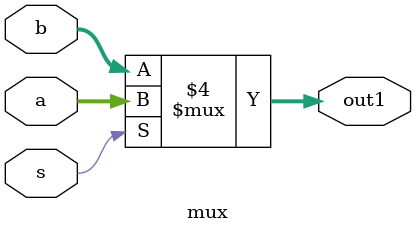
<source format=v>
module mux(a,b,s,out1);
input [7:0]a;
input [7:0]b;
input s;
output [7:0]out1;
reg [7:0]out1;
always@(a,b,s)
begin
if(s==1'b1)
out1=a;
else
out1=b;
end
endmodule
</source>
